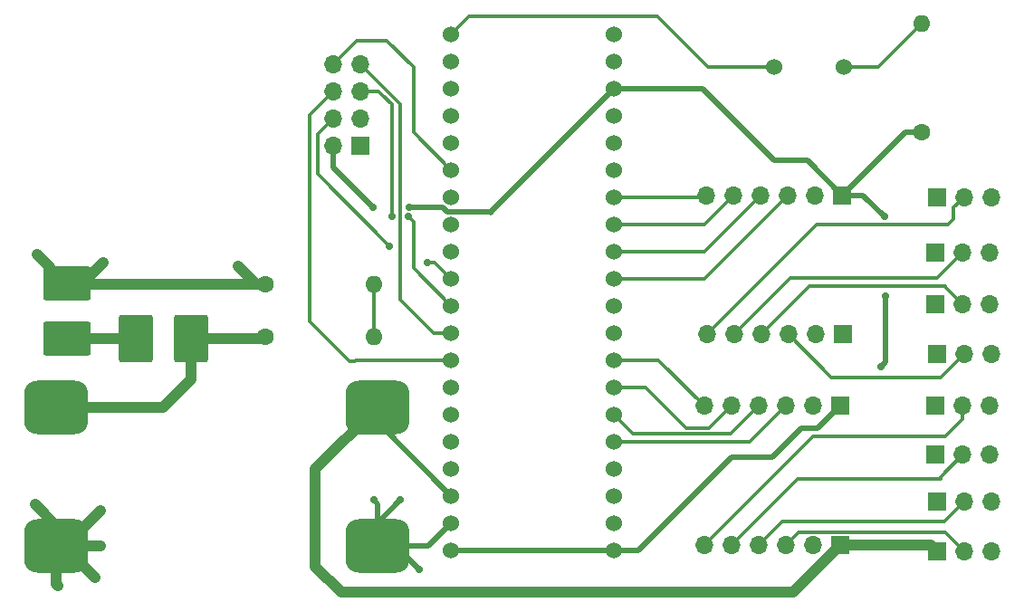
<source format=gbr>
%TF.GenerationSoftware,KiCad,Pcbnew,8.0.2*%
%TF.CreationDate,2024-06-16T11:32:46+08:00*%
%TF.ProjectId,receiver,72656365-6976-4657-922e-6b696361645f,rev?*%
%TF.SameCoordinates,Original*%
%TF.FileFunction,Copper,L1,Top*%
%TF.FilePolarity,Positive*%
%FSLAX46Y46*%
G04 Gerber Fmt 4.6, Leading zero omitted, Abs format (unit mm)*
G04 Created by KiCad (PCBNEW 8.0.2) date 2024-06-16 11:32:46*
%MOMM*%
%LPD*%
G01*
G04 APERTURE LIST*
G04 Aperture macros list*
%AMRoundRect*
0 Rectangle with rounded corners*
0 $1 Rounding radius*
0 $2 $3 $4 $5 $6 $7 $8 $9 X,Y pos of 4 corners*
0 Add a 4 corners polygon primitive as box body*
4,1,4,$2,$3,$4,$5,$6,$7,$8,$9,$2,$3,0*
0 Add four circle primitives for the rounded corners*
1,1,$1+$1,$2,$3*
1,1,$1+$1,$4,$5*
1,1,$1+$1,$6,$7*
1,1,$1+$1,$8,$9*
0 Add four rect primitives between the rounded corners*
20,1,$1+$1,$2,$3,$4,$5,0*
20,1,$1+$1,$4,$5,$6,$7,0*
20,1,$1+$1,$6,$7,$8,$9,0*
20,1,$1+$1,$8,$9,$2,$3,0*%
G04 Aperture macros list end*
%TA.AperFunction,ComponentPad*%
%ADD10R,1.700000X1.700000*%
%TD*%
%TA.AperFunction,ComponentPad*%
%ADD11O,1.700000X1.700000*%
%TD*%
%TA.AperFunction,SMDPad,CuDef*%
%ADD12RoundRect,0.250000X-1.350000X-1.975000X1.350000X-1.975000X1.350000X1.975000X-1.350000X1.975000X0*%
%TD*%
%TA.AperFunction,ComponentPad*%
%ADD13C,1.600000*%
%TD*%
%TA.AperFunction,ComponentPad*%
%ADD14O,1.600000X1.600000*%
%TD*%
%TA.AperFunction,ComponentPad*%
%ADD15C,1.524000*%
%TD*%
%TA.AperFunction,SMDPad,CuDef*%
%ADD16RoundRect,0.250000X1.975000X-1.350000X1.975000X1.350000X-1.975000X1.350000X-1.975000X-1.350000X0*%
%TD*%
%TA.AperFunction,SMDPad,CuDef*%
%ADD17RoundRect,1.250000X-1.750000X-1.250000X1.750000X-1.250000X1.750000X1.250000X-1.750000X1.250000X0*%
%TD*%
%TA.AperFunction,ViaPad*%
%ADD18C,0.700000*%
%TD*%
%TA.AperFunction,Conductor*%
%ADD19C,0.500000*%
%TD*%
%TA.AperFunction,Conductor*%
%ADD20C,1.000000*%
%TD*%
%TA.AperFunction,Conductor*%
%ADD21C,0.300000*%
%TD*%
G04 APERTURE END LIST*
D10*
%TO.P,J2,1,Pin_1*%
%TO.N,+5V*%
X185420000Y-118150000D03*
D11*
%TO.P,J2,2,Pin_2*%
%TO.N,CHW_2*%
X187960000Y-118150000D03*
%TO.P,J2,3,Pin_3*%
%TO.N,GND*%
X190500000Y-118150000D03*
%TD*%
D12*
%TO.P,SW1,1,A*%
%TO.N,Net-(BT1-+)*%
X110500000Y-102900000D03*
%TO.P,SW1,2,B*%
%TO.N,+12V*%
X115700000Y-102900000D03*
%TD*%
D13*
%TO.P,R2,1*%
%TO.N,+12V*%
X122620000Y-102700000D03*
D14*
%TO.P,R2,2*%
%TO.N,ADC_BA*%
X132780000Y-102700000D03*
%TD*%
D10*
%TO.P,U5,1,VCCB*%
%TO.N,+5V*%
X176370000Y-122200000D03*
D11*
%TO.P,U5,2,GND*%
%TO.N,GND*%
X173830000Y-122200000D03*
%TO.P,U5,3,B0*%
%TO.N,CHW_1*%
X171290000Y-122200000D03*
%TO.P,U5,4,B1*%
%TO.N,CHW_2*%
X168750000Y-122200000D03*
%TO.P,U5,5,B2*%
%TO.N,CHW_3*%
X166210000Y-122200000D03*
%TO.P,U5,6,B3*%
%TO.N,CHW_4*%
X163670000Y-122200000D03*
%TO.P,U5,7,A3*%
%TO.N,CH_4*%
X163650000Y-109200000D03*
%TO.P,U5,8,A2*%
%TO.N,CH_3*%
X166190000Y-109200000D03*
%TO.P,U5,9,A1*%
%TO.N,CH_2*%
X168730000Y-109200000D03*
%TO.P,U5,10,A0*%
%TO.N,CH_1*%
X171270000Y-109200000D03*
%TO.P,U5,11,GND*%
%TO.N,GND*%
X173810000Y-109200000D03*
D10*
%TO.P,U5,12,VCCA*%
%TO.N,+3V3*%
X176350000Y-109200000D03*
%TD*%
D15*
%TO.P,BZ1,1,+*%
%TO.N,Net-(BZ1-+)*%
X176750000Y-77500000D03*
%TO.P,BZ1,2,-*%
%TO.N,Buzzer*%
X170250000Y-77500000D03*
%TD*%
D10*
%TO.P,J8,1,Pin_1*%
%TO.N,+5V*%
X185420000Y-89650000D03*
D11*
%TO.P,J8,2,Pin_2*%
%TO.N,CHW_8*%
X187960000Y-89650000D03*
%TO.P,J8,3,Pin_3*%
%TO.N,GND*%
X190500000Y-89650000D03*
%TD*%
D13*
%TO.P,R1,1*%
%TO.N,GND*%
X122620000Y-97800000D03*
D14*
%TO.P,R1,2*%
%TO.N,ADC_BA*%
X132780000Y-97800000D03*
%TD*%
D10*
%TO.P,J6,1,Pin_1*%
%TO.N,+5V*%
X185320000Y-99650000D03*
D11*
%TO.P,J6,2,Pin_2*%
%TO.N,CHW_6*%
X187860000Y-99650000D03*
%TO.P,J6,3,Pin_3*%
%TO.N,GND*%
X190400000Y-99650000D03*
%TD*%
D15*
%TO.P,U4,3V3,3.3V*%
%TO.N,+3V3*%
X140010000Y-122700000D03*
X155250000Y-79520000D03*
%TO.P,U4,5V,5V*%
%TO.N,+5V*%
X140010000Y-117620000D03*
%TO.P,U4,G,GND*%
%TO.N,GND*%
X140010000Y-120160000D03*
X155250000Y-74440000D03*
X155250000Y-76980000D03*
%TO.P,U4,NRST,RESET*%
%TO.N,unconnected-(U4-RESET-PadNRST)*%
X155250000Y-82060000D03*
%TO.P,U4,PA0,PA0*%
%TO.N,CH_1*%
X155250000Y-112540000D03*
%TO.P,U4,PA1,PA1*%
%TO.N,CH_2*%
X155250000Y-110000000D03*
%TO.P,U4,PA2,PA2*%
%TO.N,CH_3*%
X155250000Y-107460000D03*
%TO.P,U4,PA3,PA3*%
%TO.N,CH_4*%
X155250000Y-104920000D03*
%TO.P,U4,PA4,PA4*%
%TO.N,unconnected-(U4-PadPA4)*%
X155250000Y-102380000D03*
%TO.P,U4,PA5,PA5*%
%TO.N,ADC_BA*%
X155250000Y-99840000D03*
%TO.P,U4,PA6,PA6*%
%TO.N,CH_5*%
X155250000Y-97300000D03*
%TO.P,U4,PA7,PA7*%
%TO.N,CH_6*%
X155250000Y-94760000D03*
%TO.P,U4,PA8,PA8*%
%TO.N,unconnected-(U4-PadPA8)*%
X140010000Y-84600000D03*
%TO.P,U4,PA9,PA9*%
%TO.N,RF_IRQ*%
X140010000Y-87140000D03*
%TO.P,U4,PA10,PA10*%
%TO.N,RF_CE*%
X140010000Y-89680000D03*
%TO.P,U4,PA11,PA11*%
%TO.N,unconnected-(U4-PadPA11)*%
X140010000Y-92220000D03*
%TO.P,U4,PA12,PA12*%
%TO.N,unconnected-(U4-PadPA12)*%
X140010000Y-94760000D03*
%TO.P,U4,PA15,PA15*%
%TO.N,NSS*%
X140010000Y-97300000D03*
%TO.P,U4,PB0,PB0*%
%TO.N,CH_7*%
X155250000Y-92220000D03*
%TO.P,U4,PB1,PB1*%
%TO.N,CH_8*%
X155250000Y-89680000D03*
%TO.P,U4,PB3,PB3*%
%TO.N,SCK*%
X140010000Y-99840000D03*
%TO.P,U4,PB4,PB4*%
%TO.N,MISO*%
X140010000Y-102380000D03*
%TO.P,U4,PB5,PB5*%
%TO.N,MOSI*%
X140010000Y-104920000D03*
%TO.P,U4,PB6,PB6*%
%TO.N,unconnected-(U4-PadPB6)*%
X140010000Y-107460000D03*
%TO.P,U4,PB7,PB7*%
%TO.N,unconnected-(U4-PadPB7)*%
X140010000Y-110000000D03*
%TO.P,U4,PB8,PB8*%
%TO.N,unconnected-(U4-PadPB8)*%
X140010000Y-112540000D03*
%TO.P,U4,PB9,PB9*%
%TO.N,unconnected-(U4-PadPB9)*%
X140010000Y-115080000D03*
%TO.P,U4,PB10,PB10*%
%TO.N,unconnected-(U4-PadPB10)*%
X155250000Y-87140000D03*
%TO.P,U4,PB11,PB11*%
%TO.N,unconnected-(U4-PadPB11)*%
X155250000Y-84600000D03*
%TO.P,U4,PB12,PB12*%
%TO.N,Buzzer*%
X140010000Y-74440000D03*
%TO.P,U4,PB13,PB13*%
%TO.N,unconnected-(U4-PadPB13)*%
X140010000Y-76980000D03*
%TO.P,U4,PB14,PB14*%
%TO.N,unconnected-(U4-PadPB14)*%
X140010000Y-79520000D03*
%TO.P,U4,PB15,PB15*%
%TO.N,unconnected-(U4-PadPB15)*%
X140010000Y-82060000D03*
%TO.P,U4,PC13,PC13*%
%TO.N,unconnected-(U4-PadPC13)*%
X155250000Y-120160000D03*
%TO.P,U4,PC14,PC14*%
%TO.N,unconnected-(U4-PadPC14)*%
X155250000Y-117620000D03*
%TO.P,U4,PC15,PC15*%
%TO.N,unconnected-(U4-PadPC15)*%
X155250000Y-115080000D03*
%TO.P,U4,VBAT,Vbat*%
%TO.N,+3V3*%
X155250000Y-122700000D03*
%TD*%
D10*
%TO.P,U7,1,VCCB*%
%TO.N,+5V*%
X176620000Y-102500000D03*
D11*
%TO.P,U7,2,GND*%
%TO.N,GND*%
X174080000Y-102500000D03*
%TO.P,U7,3,B0*%
%TO.N,CHW_5*%
X171540000Y-102500000D03*
%TO.P,U7,4,B1*%
%TO.N,CHW_6*%
X169000000Y-102500000D03*
%TO.P,U7,5,B2*%
%TO.N,CHW_7*%
X166460000Y-102500000D03*
%TO.P,U7,6,B3*%
%TO.N,CHW_8*%
X163920000Y-102500000D03*
%TO.P,U7,7,A3*%
%TO.N,CH_8*%
X163900000Y-89500000D03*
%TO.P,U7,8,A2*%
%TO.N,CH_7*%
X166440000Y-89500000D03*
%TO.P,U7,9,A1*%
%TO.N,CH_6*%
X168980000Y-89500000D03*
%TO.P,U7,10,A0*%
%TO.N,CH_5*%
X171520000Y-89500000D03*
%TO.P,U7,11,GND*%
%TO.N,GND*%
X174060000Y-89500000D03*
D10*
%TO.P,U7,12,VCCA*%
%TO.N,+3V3*%
X176600000Y-89500000D03*
%TD*%
%TO.P,J5,1,Pin_1*%
%TO.N,+5V*%
X185420000Y-104300000D03*
D11*
%TO.P,J5,2,Pin_2*%
%TO.N,CHW_5*%
X187960000Y-104300000D03*
%TO.P,J5,3,Pin_3*%
%TO.N,GND*%
X190500000Y-104300000D03*
%TD*%
D16*
%TO.P,BT1,1,+*%
%TO.N,Net-(BT1-+)*%
X104100000Y-102900000D03*
%TO.P,BT1,2,-*%
%TO.N,GND*%
X104100000Y-97700000D03*
%TD*%
D10*
%TO.P,J1,1,Pin_1*%
%TO.N,+5V*%
X185420000Y-122750000D03*
D11*
%TO.P,J1,2,Pin_2*%
%TO.N,CHW_1*%
X187960000Y-122750000D03*
%TO.P,J1,3,Pin_3*%
%TO.N,GND*%
X190500000Y-122750000D03*
%TD*%
D10*
%TO.P,J3,1,Pin_1*%
%TO.N,+5V*%
X185320000Y-113750000D03*
D11*
%TO.P,J3,2,Pin_2*%
%TO.N,CHW_3*%
X187860000Y-113750000D03*
%TO.P,J3,3,Pin_3*%
%TO.N,GND*%
X190400000Y-113750000D03*
%TD*%
D17*
%TO.P,U1,1,Vout*%
%TO.N,+5V*%
X133100000Y-109300000D03*
%TO.P,U1,2,GND*%
%TO.N,GND*%
X133100000Y-122300000D03*
%TO.P,U1,3,GND*%
X103100000Y-122300000D03*
%TO.P,U1,4,Vin*%
%TO.N,+12V*%
X103100000Y-109300000D03*
%TD*%
D10*
%TO.P,J4,1,Pin_1*%
%TO.N,+5V*%
X185320000Y-109150000D03*
D11*
%TO.P,J4,2,Pin_2*%
%TO.N,CHW_4*%
X187860000Y-109150000D03*
%TO.P,J4,3,Pin_3*%
%TO.N,GND*%
X190400000Y-109150000D03*
%TD*%
D10*
%TO.P,U6,1,GND*%
%TO.N,GND*%
X131500000Y-84830000D03*
D11*
%TO.P,U6,2,VCC*%
%TO.N,+3V3*%
X128960000Y-84830000D03*
%TO.P,U6,3,CE*%
%TO.N,RF_CE*%
X131500000Y-82290000D03*
%TO.P,U6,4,CSN*%
%TO.N,NSS*%
X128960000Y-82290000D03*
%TO.P,U6,5,SCK*%
%TO.N,SCK*%
X131500000Y-79750000D03*
%TO.P,U6,6,MOSI*%
%TO.N,MOSI*%
X128960000Y-79750000D03*
%TO.P,U6,7,MISO*%
%TO.N,MISO*%
X131500000Y-77210000D03*
%TO.P,U6,8,IRQ*%
%TO.N,RF_IRQ*%
X128960000Y-77210000D03*
%TD*%
D10*
%TO.P,J7,1,Pin_1*%
%TO.N,+5V*%
X185320000Y-94850000D03*
D11*
%TO.P,J7,2,Pin_2*%
%TO.N,CHW_7*%
X187860000Y-94850000D03*
%TO.P,J7,3,Pin_3*%
%TO.N,GND*%
X190400000Y-94850000D03*
%TD*%
D13*
%TO.P,R3,1*%
%TO.N,+3V3*%
X184000000Y-83580000D03*
D14*
%TO.P,R3,2*%
%TO.N,Net-(BZ1-+)*%
X184000000Y-73420000D03*
%TD*%
D18*
%TO.N,GND*%
X107500000Y-95750000D03*
X106750000Y-125250000D03*
X101100000Y-118400000D03*
X135250000Y-118000000D03*
X107250000Y-122250000D03*
X103250000Y-126000000D03*
X120100000Y-96100000D03*
X101250000Y-95000000D03*
X132750000Y-118000000D03*
X137000000Y-124500000D03*
X107250000Y-119000000D03*
%TO.N,NSS*%
X134250000Y-94250000D03*
X137750000Y-95750000D03*
%TO.N,+3V3*%
X180200000Y-105500000D03*
X180500000Y-91500000D03*
X136100000Y-90600000D03*
X132700000Y-90600000D03*
X180600000Y-98900000D03*
%TO.N,SCK*%
X134500000Y-91500000D03*
X136000000Y-91500000D03*
%TD*%
D19*
%TO.N,+5V*%
X140010000Y-117620000D02*
X133100000Y-110710000D01*
D20*
X176370000Y-122200000D02*
X184870000Y-122200000D01*
X127300000Y-115100000D02*
X127300000Y-124200000D01*
X172000000Y-126600000D02*
X172000000Y-126570000D01*
X172000000Y-126570000D02*
X176370000Y-122200000D01*
X184870000Y-122200000D02*
X185420000Y-122750000D01*
D19*
X133100000Y-110710000D02*
X133100000Y-109300000D01*
D20*
X133100000Y-109300000D02*
X127300000Y-115100000D01*
X129700000Y-126600000D02*
X172000000Y-126600000D01*
X127300000Y-124200000D02*
X129700000Y-126600000D01*
%TO.N,GND*%
X103100000Y-120400000D02*
X101100000Y-118400000D01*
X103950000Y-97700000D02*
X101250000Y-95000000D01*
D19*
X137870000Y-122300000D02*
X140010000Y-120160000D01*
X133100000Y-122300000D02*
X137870000Y-122300000D01*
D20*
X122620000Y-97800000D02*
X104200000Y-97800000D01*
D19*
X133100000Y-122300000D02*
X133100000Y-118350000D01*
X133100000Y-122300000D02*
X133100000Y-120150000D01*
X133100000Y-122300000D02*
X134800000Y-122300000D01*
D20*
X105000000Y-96800000D02*
X105300000Y-96800000D01*
X103950000Y-122300000D02*
X107250000Y-119000000D01*
X104100000Y-97700000D02*
X104100000Y-97500000D01*
X103100000Y-122300000D02*
X107200000Y-122300000D01*
X103100000Y-122300000D02*
X103100000Y-120400000D01*
X103100000Y-122300000D02*
X103800000Y-122300000D01*
X122620000Y-97800000D02*
X121800000Y-97800000D01*
X103100000Y-122300000D02*
X103950000Y-122300000D01*
D19*
X133100000Y-120150000D02*
X135250000Y-118000000D01*
D20*
X122620000Y-97800000D02*
X122620000Y-97620000D01*
X104200000Y-97800000D02*
X104100000Y-97700000D01*
X105550000Y-97700000D02*
X107500000Y-95750000D01*
D19*
X134800000Y-122300000D02*
X137000000Y-124500000D01*
D20*
X104100000Y-97700000D02*
X103950000Y-97700000D01*
D19*
X133100000Y-118350000D02*
X132750000Y-118000000D01*
D20*
X103100000Y-125850000D02*
X103250000Y-126000000D01*
X103800000Y-122300000D02*
X106750000Y-125250000D01*
X104100000Y-97700000D02*
X105550000Y-97700000D01*
X103100000Y-122300000D02*
X103100000Y-125850000D01*
X107200000Y-122300000D02*
X107250000Y-122250000D01*
X121800000Y-97800000D02*
X120100000Y-96100000D01*
%TO.N,+12V*%
X115700000Y-102900000D02*
X115700000Y-106700000D01*
X115700000Y-102900000D02*
X122420000Y-102900000D01*
X115700000Y-106700000D02*
X113100000Y-109300000D01*
X113100000Y-109300000D02*
X103100000Y-109300000D01*
X122420000Y-102900000D02*
X122620000Y-102700000D01*
D21*
%TO.N,RF_IRQ*%
X134000000Y-75000000D02*
X136500000Y-77500000D01*
X136500000Y-77500000D02*
X136500000Y-83630000D01*
X128960000Y-77210000D02*
X131170000Y-75000000D01*
X131170000Y-75000000D02*
X134000000Y-75000000D01*
X136500000Y-83630000D02*
X140010000Y-87140000D01*
%TO.N,NSS*%
X127500000Y-84000000D02*
X127500000Y-87500000D01*
X127500000Y-87500000D02*
X134250000Y-94250000D01*
X138460000Y-95750000D02*
X140010000Y-97300000D01*
X137750000Y-95750000D02*
X138460000Y-95750000D01*
X127500000Y-83750000D02*
X127500000Y-84000000D01*
X128960000Y-82290000D02*
X127500000Y-83750000D01*
D19*
%TO.N,+3V3*%
X139615973Y-91000000D02*
X143600000Y-91000000D01*
X143900000Y-90870000D02*
X143900000Y-90900000D01*
X157550000Y-122700000D02*
X166250000Y-114000000D01*
X180600000Y-105100000D02*
X180200000Y-105500000D01*
X178500000Y-89500000D02*
X180500000Y-91500000D01*
X139215973Y-90600000D02*
X139615973Y-91000000D01*
X143700000Y-91100000D02*
X143900000Y-90900000D01*
X128960000Y-86860000D02*
X132700000Y-90600000D01*
X173350000Y-86250000D02*
X176600000Y-89500000D01*
X182520000Y-83580000D02*
X176600000Y-89500000D01*
X143600000Y-91000000D02*
X143700000Y-91100000D01*
X170000000Y-114000000D02*
X172750000Y-111250000D01*
X172750000Y-111250000D02*
X174300000Y-111250000D01*
X184000000Y-83580000D02*
X182520000Y-83580000D01*
X143900000Y-90870000D02*
X155250000Y-79520000D01*
X176600000Y-89500000D02*
X178500000Y-89500000D01*
X163520000Y-79520000D02*
X170250000Y-86250000D01*
X155250000Y-122700000D02*
X157550000Y-122700000D01*
X166250000Y-114000000D02*
X170000000Y-114000000D01*
X155250000Y-79520000D02*
X163520000Y-79520000D01*
X136100000Y-90600000D02*
X139215973Y-90600000D01*
X170250000Y-86250000D02*
X173350000Y-86250000D01*
X174300000Y-111250000D02*
X176350000Y-109200000D01*
X180600000Y-98900000D02*
X180600000Y-105100000D01*
X128960000Y-84830000D02*
X128960000Y-86860000D01*
X140010000Y-122700000D02*
X155250000Y-122700000D01*
D21*
%TO.N,ADC_BA*%
X132780000Y-97800000D02*
X132780000Y-102700000D01*
%TO.N,SCK*%
X136500000Y-96330000D02*
X140010000Y-99840000D01*
X133500000Y-80000000D02*
X134500000Y-81000000D01*
X136000000Y-91500000D02*
X136500000Y-92000000D01*
X134500000Y-81000000D02*
X134500000Y-91500000D01*
X136500000Y-92000000D02*
X136500000Y-96330000D01*
X133250000Y-79750000D02*
X133500000Y-80000000D01*
X131500000Y-79750000D02*
X133250000Y-79750000D01*
%TO.N,CH_6*%
X155250000Y-94760000D02*
X163720000Y-94760000D01*
X163720000Y-94760000D02*
X168980000Y-89500000D01*
%TO.N,CH_8*%
X155250000Y-89680000D02*
X163720000Y-89680000D01*
X163720000Y-89680000D02*
X163900000Y-89500000D01*
%TO.N,CH_2*%
X166180000Y-111750000D02*
X168730000Y-109200000D01*
X157000000Y-111750000D02*
X166180000Y-111750000D01*
X155250000Y-110000000D02*
X157000000Y-111750000D01*
%TO.N,MISO*%
X135250000Y-99250000D02*
X138380000Y-102380000D01*
X135250000Y-80960000D02*
X135250000Y-99250000D01*
X138380000Y-102380000D02*
X140010000Y-102380000D01*
X131500000Y-77210000D02*
X135250000Y-80960000D01*
%TO.N,MOSI*%
X131080000Y-104920000D02*
X140010000Y-104920000D01*
X130500000Y-105000000D02*
X131000000Y-105000000D01*
X126750000Y-81960000D02*
X126750000Y-101250000D01*
X126750000Y-101250000D02*
X130500000Y-105000000D01*
X128960000Y-79750000D02*
X126750000Y-81960000D01*
X131000000Y-105000000D02*
X131080000Y-104920000D01*
%TO.N,CH_3*%
X164140000Y-111250000D02*
X166190000Y-109200000D01*
X162000000Y-111250000D02*
X164140000Y-111250000D01*
X158210000Y-107460000D02*
X162000000Y-111250000D01*
X155250000Y-107460000D02*
X158210000Y-107460000D01*
%TO.N,Buzzer*%
X140010000Y-74440000D02*
X141700000Y-72750000D01*
X164000000Y-77500000D02*
X170250000Y-77500000D01*
X159250000Y-72750000D02*
X164000000Y-77500000D01*
X141700000Y-72750000D02*
X159250000Y-72750000D01*
%TO.N,CH_4*%
X155250000Y-104920000D02*
X159370000Y-104920000D01*
X159370000Y-104920000D02*
X163650000Y-109200000D01*
%TO.N,CH_5*%
X163720000Y-97300000D02*
X171520000Y-89500000D01*
X155250000Y-97300000D02*
X163720000Y-97300000D01*
%TO.N,CH_1*%
X167930000Y-112540000D02*
X171270000Y-109200000D01*
X155250000Y-112540000D02*
X167930000Y-112540000D01*
%TO.N,CH_7*%
X155250000Y-92220000D02*
X163720000Y-92220000D01*
X163720000Y-92220000D02*
X166440000Y-89500000D01*
%TO.N,CHW_3*%
X185750000Y-116000000D02*
X185750000Y-115860000D01*
X166210000Y-122200000D02*
X172410000Y-116000000D01*
X172410000Y-116000000D02*
X185750000Y-116000000D01*
X185750000Y-115860000D02*
X187860000Y-113750000D01*
%TO.N,CHW_2*%
X168750000Y-122200000D02*
X170950000Y-120000000D01*
X170950000Y-120000000D02*
X186110000Y-120000000D01*
X186110000Y-120000000D02*
X187960000Y-118150000D01*
%TO.N,CHW_4*%
X187860000Y-110390000D02*
X187860000Y-109150000D01*
X186250000Y-112000000D02*
X187860000Y-110390000D01*
X163670000Y-122200000D02*
X173870000Y-112000000D01*
X173870000Y-112000000D02*
X186250000Y-112000000D01*
%TO.N,CHW_1*%
X172490000Y-121000000D02*
X186210000Y-121000000D01*
X186210000Y-121000000D02*
X187960000Y-122750000D01*
X171290000Y-122200000D02*
X172490000Y-121000000D01*
%TO.N,CHW_6*%
X186250000Y-98000000D02*
X186250000Y-98040000D01*
X173500000Y-98000000D02*
X186250000Y-98000000D01*
X169000000Y-102500000D02*
X173500000Y-98000000D01*
X186250000Y-98040000D02*
X187860000Y-99650000D01*
%TO.N,CHW_8*%
X187000000Y-91750000D02*
X187000000Y-90610000D01*
X187000000Y-90610000D02*
X187960000Y-89650000D01*
X186500000Y-92250000D02*
X187000000Y-91750000D01*
X163920000Y-102500000D02*
X174170000Y-92250000D01*
X174170000Y-92250000D02*
X186500000Y-92250000D01*
%TO.N,CHW_7*%
X185460000Y-97250000D02*
X187860000Y-94850000D01*
X171710000Y-97250000D02*
X185460000Y-97250000D01*
X166460000Y-102500000D02*
X171710000Y-97250000D01*
%TO.N,CHW_5*%
X175540000Y-106500000D02*
X185760000Y-106500000D01*
X171540000Y-102500000D02*
X175540000Y-106500000D01*
X185760000Y-106500000D02*
X187960000Y-104300000D01*
D20*
%TO.N,Net-(BT1-+)*%
X104100000Y-102900000D02*
X110500000Y-102900000D01*
D21*
%TO.N,Net-(BZ1-+)*%
X176750000Y-77500000D02*
X179920000Y-77500000D01*
X179920000Y-77500000D02*
X184000000Y-73420000D01*
%TD*%
M02*

</source>
